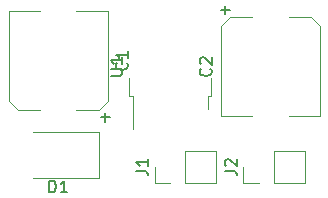
<source format=gbr>
G04 #@! TF.GenerationSoftware,KiCad,Pcbnew,(5.1.5)-3*
G04 #@! TF.CreationDate,2020-04-05T22:27:04+03:00*
G04 #@! TF.ProjectId,3.3V_Besleme,332e3356-5f42-4657-936c-656d652e6b69,rev?*
G04 #@! TF.SameCoordinates,Original*
G04 #@! TF.FileFunction,Legend,Top*
G04 #@! TF.FilePolarity,Positive*
%FSLAX46Y46*%
G04 Gerber Fmt 4.6, Leading zero omitted, Abs format (unit mm)*
G04 Created by KiCad (PCBNEW (5.1.5)-3) date 2020-04-05 22:27:04*
%MOMM*%
%LPD*%
G04 APERTURE LIST*
%ADD10C,0.120000*%
%ADD11C,0.150000*%
G04 APERTURE END LIST*
D10*
X148050000Y-84970000D02*
X148050000Y-86470000D01*
X148050000Y-86470000D02*
X148320000Y-86470000D01*
X148320000Y-86470000D02*
X148320000Y-89300000D01*
X154950000Y-84970000D02*
X154950000Y-86470000D01*
X154950000Y-86470000D02*
X154680000Y-86470000D01*
X154680000Y-86470000D02*
X154680000Y-87570000D01*
X160270000Y-93830000D02*
X162870000Y-93830000D01*
X162870000Y-93830000D02*
X162870000Y-91170000D01*
X162870000Y-91170000D02*
X160270000Y-91170000D01*
X160270000Y-91170000D02*
X160270000Y-93830000D01*
X159000000Y-93830000D02*
X157670000Y-93830000D01*
X157670000Y-93830000D02*
X157670000Y-92500000D01*
X152770000Y-93830000D02*
X155370000Y-93830000D01*
X155370000Y-93830000D02*
X155370000Y-91170000D01*
X155370000Y-91170000D02*
X152770000Y-91170000D01*
X152770000Y-91170000D02*
X152770000Y-93830000D01*
X151500000Y-93830000D02*
X150170000Y-93830000D01*
X150170000Y-93830000D02*
X150170000Y-92500000D01*
X145460000Y-93450000D02*
X145460000Y-89550000D01*
X145460000Y-89550000D02*
X139850000Y-89550000D01*
X145460000Y-93450000D02*
X139850000Y-93450000D01*
X163430000Y-79810000D02*
X161560000Y-79810000D01*
X156570000Y-79810000D02*
X158440000Y-79810000D01*
X155810000Y-88190000D02*
X158440000Y-88190000D01*
X164190000Y-88190000D02*
X161560000Y-88190000D01*
X155810000Y-88190000D02*
X155810000Y-80570000D01*
X155810000Y-80570000D02*
X156570000Y-79810000D01*
X163430000Y-79810000D02*
X164190000Y-80570000D01*
X164190000Y-80570000D02*
X164190000Y-88190000D01*
X138570000Y-87690000D02*
X140440000Y-87690000D01*
X145430000Y-87690000D02*
X143560000Y-87690000D01*
X146190000Y-79310000D02*
X143560000Y-79310000D01*
X137810000Y-79310000D02*
X140440000Y-79310000D01*
X146190000Y-79310000D02*
X146190000Y-86930000D01*
X146190000Y-86930000D02*
X145430000Y-87690000D01*
X138570000Y-87690000D02*
X137810000Y-86930000D01*
X137810000Y-86930000D02*
X137810000Y-79310000D01*
D11*
X146452380Y-84761904D02*
X147261904Y-84761904D01*
X147357142Y-84714285D01*
X147404761Y-84666666D01*
X147452380Y-84571428D01*
X147452380Y-84380952D01*
X147404761Y-84285714D01*
X147357142Y-84238095D01*
X147261904Y-84190476D01*
X146452380Y-84190476D01*
X147452380Y-83190476D02*
X147452380Y-83761904D01*
X147452380Y-83476190D02*
X146452380Y-83476190D01*
X146595238Y-83571428D01*
X146690476Y-83666666D01*
X146738095Y-83761904D01*
X156122380Y-92833333D02*
X156836666Y-92833333D01*
X156979523Y-92880952D01*
X157074761Y-92976190D01*
X157122380Y-93119047D01*
X157122380Y-93214285D01*
X156217619Y-92404761D02*
X156170000Y-92357142D01*
X156122380Y-92261904D01*
X156122380Y-92023809D01*
X156170000Y-91928571D01*
X156217619Y-91880952D01*
X156312857Y-91833333D01*
X156408095Y-91833333D01*
X156550952Y-91880952D01*
X157122380Y-92452380D01*
X157122380Y-91833333D01*
X148622380Y-92833333D02*
X149336666Y-92833333D01*
X149479523Y-92880952D01*
X149574761Y-92976190D01*
X149622380Y-93119047D01*
X149622380Y-93214285D01*
X149622380Y-91833333D02*
X149622380Y-92404761D01*
X149622380Y-92119047D02*
X148622380Y-92119047D01*
X148765238Y-92214285D01*
X148860476Y-92309523D01*
X148908095Y-92404761D01*
X141261904Y-94652380D02*
X141261904Y-93652380D01*
X141500000Y-93652380D01*
X141642857Y-93700000D01*
X141738095Y-93795238D01*
X141785714Y-93890476D01*
X141833333Y-94080952D01*
X141833333Y-94223809D01*
X141785714Y-94414285D01*
X141738095Y-94509523D01*
X141642857Y-94604761D01*
X141500000Y-94652380D01*
X141261904Y-94652380D01*
X142785714Y-94652380D02*
X142214285Y-94652380D01*
X142500000Y-94652380D02*
X142500000Y-93652380D01*
X142404761Y-93795238D01*
X142309523Y-93890476D01*
X142214285Y-93938095D01*
X154907142Y-84166666D02*
X154954761Y-84214285D01*
X155002380Y-84357142D01*
X155002380Y-84452380D01*
X154954761Y-84595238D01*
X154859523Y-84690476D01*
X154764285Y-84738095D01*
X154573809Y-84785714D01*
X154430952Y-84785714D01*
X154240476Y-84738095D01*
X154145238Y-84690476D01*
X154050000Y-84595238D01*
X154002380Y-84452380D01*
X154002380Y-84357142D01*
X154050000Y-84214285D01*
X154097619Y-84166666D01*
X154097619Y-83785714D02*
X154050000Y-83738095D01*
X154002380Y-83642857D01*
X154002380Y-83404761D01*
X154050000Y-83309523D01*
X154097619Y-83261904D01*
X154192857Y-83214285D01*
X154288095Y-83214285D01*
X154430952Y-83261904D01*
X155002380Y-83833333D01*
X155002380Y-83214285D01*
X156161428Y-79590952D02*
X156161428Y-78829047D01*
X156542380Y-79210000D02*
X155780476Y-79210000D01*
X147807142Y-83666666D02*
X147854761Y-83714285D01*
X147902380Y-83857142D01*
X147902380Y-83952380D01*
X147854761Y-84095238D01*
X147759523Y-84190476D01*
X147664285Y-84238095D01*
X147473809Y-84285714D01*
X147330952Y-84285714D01*
X147140476Y-84238095D01*
X147045238Y-84190476D01*
X146950000Y-84095238D01*
X146902380Y-83952380D01*
X146902380Y-83857142D01*
X146950000Y-83714285D01*
X146997619Y-83666666D01*
X147902380Y-82714285D02*
X147902380Y-83285714D01*
X147902380Y-83000000D02*
X146902380Y-83000000D01*
X147045238Y-83095238D01*
X147140476Y-83190476D01*
X147188095Y-83285714D01*
X145981428Y-88670952D02*
X145981428Y-87909047D01*
X146362380Y-88290000D02*
X145600476Y-88290000D01*
M02*

</source>
